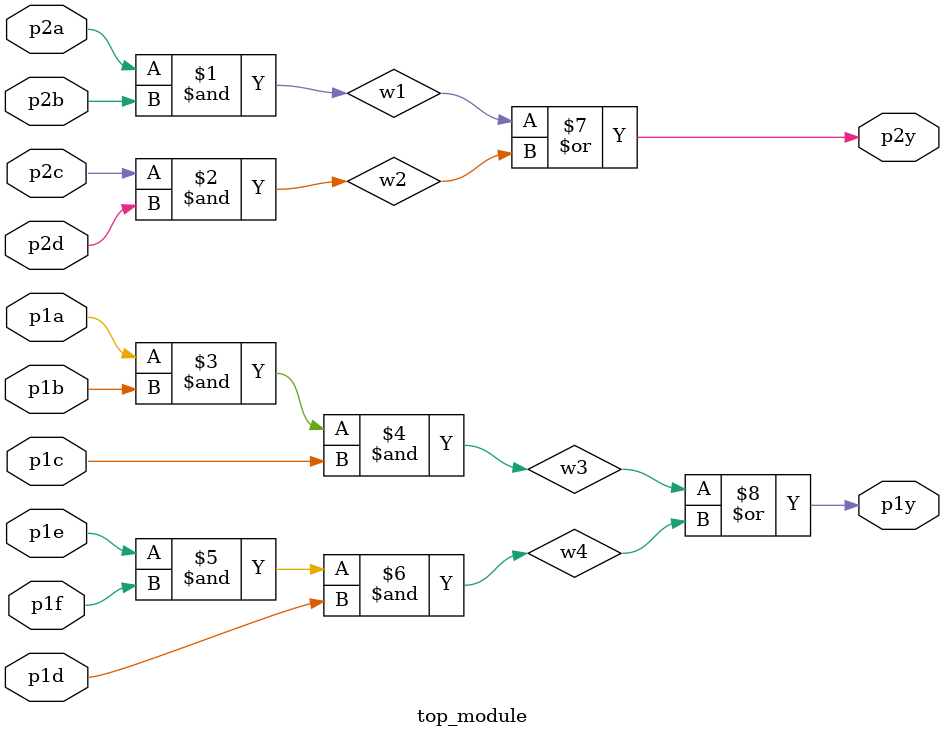
<source format=v>
/* The 7458 is a chip with four AND gates and two OR gates.
    Create a module with the same functionality as the 7458 chip. It has 10 inputs and 2 outputs. 
    You may choose to use an assign statement to drive each of the output wires, 
    or you may choose to declare (four) wires for use as intermediate signals, 
where each internal wire is driven by the output of one of the AND gates. */

module top_module ( 
    input p1a, p1b, p1c, p1d, p1e, p1f,
    output p1y,
    input p2a, p2b, p2c, p2d,
    output p2y );
wire w1, w2, w3, w4;
    
    assign w1=p2a & p2b, w2=p2c & p2d;
    assign w3=p1a & p1b & p1c, w4=p1e & p1f & p1d;
    assign p2y=w1|w2, p1y=w3|w4;


endmodule


</source>
